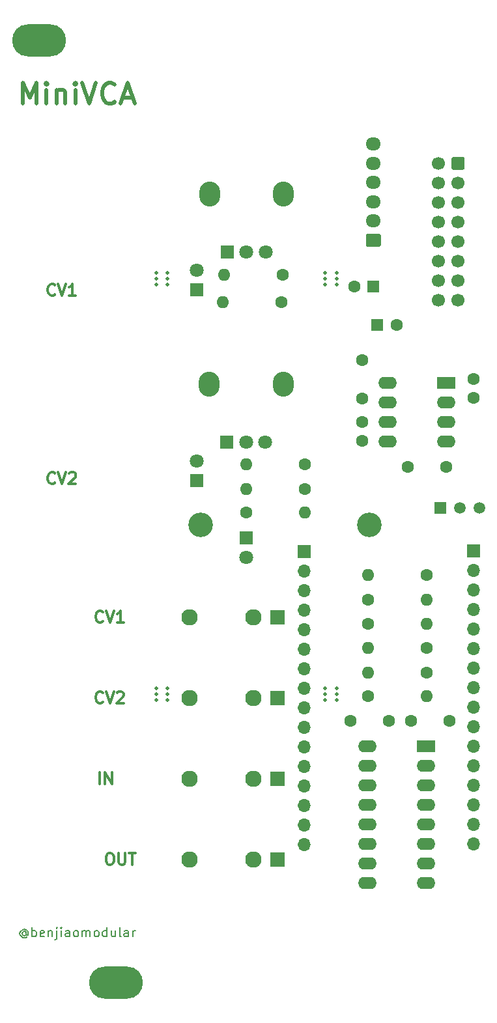
<source format=gbr>
%TF.GenerationSoftware,KiCad,Pcbnew,5.1.9+dfsg1-1~bpo10+1*%
%TF.CreationDate,2021-12-28T01:34:00+08:00*%
%TF.ProjectId,MiniVCA 1.1,4d696e69-5643-4412-9031-2e312e6b6963,rev?*%
%TF.SameCoordinates,Original*%
%TF.FileFunction,Soldermask,Top*%
%TF.FilePolarity,Negative*%
%FSLAX46Y46*%
G04 Gerber Fmt 4.6, Leading zero omitted, Abs format (unit mm)*
G04 Created by KiCad (PCBNEW 5.1.9+dfsg1-1~bpo10+1) date 2021-12-28 01:34:00*
%MOMM*%
%LPD*%
G01*
G04 APERTURE LIST*
%ADD10C,0.300000*%
%ADD11C,0.500000*%
%ADD12C,0.200000*%
%ADD13O,2.400000X1.600000*%
%ADD14R,2.400000X1.600000*%
%ADD15O,7.000000X4.200000*%
%ADD16C,0.500000*%
%ADD17O,1.600000X1.600000*%
%ADD18C,1.600000*%
%ADD19C,3.200000*%
%ADD20R,1.500000X1.500000*%
%ADD21C,1.500000*%
%ADD22R,1.600000X1.600000*%
%ADD23R,1.800000X1.800000*%
%ADD24C,1.800000*%
%ADD25R,1.830000X1.930000*%
%ADD26C,2.130000*%
%ADD27O,1.950000X1.700000*%
%ADD28C,1.700000*%
%ADD29O,2.720000X3.240000*%
%ADD30R,1.700000X1.700000*%
%ADD31O,1.700000X1.700000*%
G04 APERTURE END LIST*
D10*
X57107142Y-100535714D02*
X57035714Y-100607142D01*
X56821428Y-100678571D01*
X56678571Y-100678571D01*
X56464285Y-100607142D01*
X56321428Y-100464285D01*
X56250000Y-100321428D01*
X56178571Y-100035714D01*
X56178571Y-99821428D01*
X56250000Y-99535714D01*
X56321428Y-99392857D01*
X56464285Y-99250000D01*
X56678571Y-99178571D01*
X56821428Y-99178571D01*
X57035714Y-99250000D01*
X57107142Y-99321428D01*
X57535714Y-99178571D02*
X58035714Y-100678571D01*
X58535714Y-99178571D01*
X58964285Y-99321428D02*
X59035714Y-99250000D01*
X59178571Y-99178571D01*
X59535714Y-99178571D01*
X59678571Y-99250000D01*
X59750000Y-99321428D01*
X59821428Y-99464285D01*
X59821428Y-99607142D01*
X59750000Y-99821428D01*
X58892857Y-100678571D01*
X59821428Y-100678571D01*
X57107142Y-76035714D02*
X57035714Y-76107142D01*
X56821428Y-76178571D01*
X56678571Y-76178571D01*
X56464285Y-76107142D01*
X56321428Y-75964285D01*
X56250000Y-75821428D01*
X56178571Y-75535714D01*
X56178571Y-75321428D01*
X56250000Y-75035714D01*
X56321428Y-74892857D01*
X56464285Y-74750000D01*
X56678571Y-74678571D01*
X56821428Y-74678571D01*
X57035714Y-74750000D01*
X57107142Y-74821428D01*
X57535714Y-74678571D02*
X58035714Y-76178571D01*
X58535714Y-74678571D01*
X59821428Y-76178571D02*
X58964285Y-76178571D01*
X59392857Y-76178571D02*
X59392857Y-74678571D01*
X59250000Y-74892857D01*
X59107142Y-75035714D01*
X58964285Y-75107142D01*
X64100000Y-148678571D02*
X64385714Y-148678571D01*
X64528571Y-148750000D01*
X64671428Y-148892857D01*
X64742857Y-149178571D01*
X64742857Y-149678571D01*
X64671428Y-149964285D01*
X64528571Y-150107142D01*
X64385714Y-150178571D01*
X64100000Y-150178571D01*
X63957142Y-150107142D01*
X63814285Y-149964285D01*
X63742857Y-149678571D01*
X63742857Y-149178571D01*
X63814285Y-148892857D01*
X63957142Y-148750000D01*
X64100000Y-148678571D01*
X65385714Y-148678571D02*
X65385714Y-149892857D01*
X65457142Y-150035714D01*
X65528571Y-150107142D01*
X65671428Y-150178571D01*
X65957142Y-150178571D01*
X66100000Y-150107142D01*
X66171428Y-150035714D01*
X66242857Y-149892857D01*
X66242857Y-148678571D01*
X66742857Y-148678571D02*
X67600000Y-148678571D01*
X67171428Y-150178571D02*
X67171428Y-148678571D01*
X62914285Y-139678571D02*
X62914285Y-138178571D01*
X63628571Y-139678571D02*
X63628571Y-138178571D01*
X64485714Y-139678571D01*
X64485714Y-138178571D01*
X63307142Y-129035714D02*
X63235714Y-129107142D01*
X63021428Y-129178571D01*
X62878571Y-129178571D01*
X62664285Y-129107142D01*
X62521428Y-128964285D01*
X62450000Y-128821428D01*
X62378571Y-128535714D01*
X62378571Y-128321428D01*
X62450000Y-128035714D01*
X62521428Y-127892857D01*
X62664285Y-127750000D01*
X62878571Y-127678571D01*
X63021428Y-127678571D01*
X63235714Y-127750000D01*
X63307142Y-127821428D01*
X63735714Y-127678571D02*
X64235714Y-129178571D01*
X64735714Y-127678571D01*
X65164285Y-127821428D02*
X65235714Y-127750000D01*
X65378571Y-127678571D01*
X65735714Y-127678571D01*
X65878571Y-127750000D01*
X65950000Y-127821428D01*
X66021428Y-127964285D01*
X66021428Y-128107142D01*
X65950000Y-128321428D01*
X65092857Y-129178571D01*
X66021428Y-129178571D01*
X63307142Y-118535714D02*
X63235714Y-118607142D01*
X63021428Y-118678571D01*
X62878571Y-118678571D01*
X62664285Y-118607142D01*
X62521428Y-118464285D01*
X62450000Y-118321428D01*
X62378571Y-118035714D01*
X62378571Y-117821428D01*
X62450000Y-117535714D01*
X62521428Y-117392857D01*
X62664285Y-117250000D01*
X62878571Y-117178571D01*
X63021428Y-117178571D01*
X63235714Y-117250000D01*
X63307142Y-117321428D01*
X63735714Y-117178571D02*
X64235714Y-118678571D01*
X64735714Y-117178571D01*
X66021428Y-118678571D02*
X65164285Y-118678571D01*
X65592857Y-118678571D02*
X65592857Y-117178571D01*
X65450000Y-117392857D01*
X65307142Y-117535714D01*
X65164285Y-117607142D01*
D11*
X52928571Y-51221428D02*
X52928571Y-48521428D01*
X53828571Y-50450000D01*
X54728571Y-48521428D01*
X54728571Y-51221428D01*
X56014285Y-51221428D02*
X56014285Y-49421428D01*
X56014285Y-48521428D02*
X55885714Y-48650000D01*
X56014285Y-48778571D01*
X56142857Y-48650000D01*
X56014285Y-48521428D01*
X56014285Y-48778571D01*
X57300000Y-49421428D02*
X57300000Y-51221428D01*
X57300000Y-49678571D02*
X57428571Y-49550000D01*
X57685714Y-49421428D01*
X58071428Y-49421428D01*
X58328571Y-49550000D01*
X58457142Y-49807142D01*
X58457142Y-51221428D01*
X59742857Y-51221428D02*
X59742857Y-49421428D01*
X59742857Y-48521428D02*
X59614285Y-48650000D01*
X59742857Y-48778571D01*
X59871428Y-48650000D01*
X59742857Y-48521428D01*
X59742857Y-48778571D01*
X60642857Y-48521428D02*
X61542857Y-51221428D01*
X62442857Y-48521428D01*
X64885714Y-50964285D02*
X64757142Y-51092857D01*
X64371428Y-51221428D01*
X64114285Y-51221428D01*
X63728571Y-51092857D01*
X63471428Y-50835714D01*
X63342857Y-50578571D01*
X63214285Y-50064285D01*
X63214285Y-49678571D01*
X63342857Y-49164285D01*
X63471428Y-48907142D01*
X63728571Y-48650000D01*
X64114285Y-48521428D01*
X64371428Y-48521428D01*
X64757142Y-48650000D01*
X64885714Y-48778571D01*
X65914285Y-50450000D02*
X67200000Y-50450000D01*
X65657142Y-51221428D02*
X66557142Y-48521428D01*
X67457142Y-51221428D01*
D12*
X53342857Y-158971428D02*
X53285714Y-158914285D01*
X53171428Y-158857142D01*
X53057142Y-158857142D01*
X52942857Y-158914285D01*
X52885714Y-158971428D01*
X52828571Y-159085714D01*
X52828571Y-159200000D01*
X52885714Y-159314285D01*
X52942857Y-159371428D01*
X53057142Y-159428571D01*
X53171428Y-159428571D01*
X53285714Y-159371428D01*
X53342857Y-159314285D01*
X53342857Y-158857142D02*
X53342857Y-159314285D01*
X53400000Y-159371428D01*
X53457142Y-159371428D01*
X53571428Y-159314285D01*
X53628571Y-159200000D01*
X53628571Y-158914285D01*
X53514285Y-158742857D01*
X53342857Y-158628571D01*
X53114285Y-158571428D01*
X52885714Y-158628571D01*
X52714285Y-158742857D01*
X52600000Y-158914285D01*
X52542857Y-159142857D01*
X52600000Y-159371428D01*
X52714285Y-159542857D01*
X52885714Y-159657142D01*
X53114285Y-159714285D01*
X53342857Y-159657142D01*
X53514285Y-159542857D01*
X54142857Y-159542857D02*
X54142857Y-158342857D01*
X54142857Y-158800000D02*
X54257142Y-158742857D01*
X54485714Y-158742857D01*
X54600000Y-158800000D01*
X54657142Y-158857142D01*
X54714285Y-158971428D01*
X54714285Y-159314285D01*
X54657142Y-159428571D01*
X54600000Y-159485714D01*
X54485714Y-159542857D01*
X54257142Y-159542857D01*
X54142857Y-159485714D01*
X55685714Y-159485714D02*
X55571428Y-159542857D01*
X55342857Y-159542857D01*
X55228571Y-159485714D01*
X55171428Y-159371428D01*
X55171428Y-158914285D01*
X55228571Y-158800000D01*
X55342857Y-158742857D01*
X55571428Y-158742857D01*
X55685714Y-158800000D01*
X55742857Y-158914285D01*
X55742857Y-159028571D01*
X55171428Y-159142857D01*
X56257142Y-158742857D02*
X56257142Y-159542857D01*
X56257142Y-158857142D02*
X56314285Y-158800000D01*
X56428571Y-158742857D01*
X56600000Y-158742857D01*
X56714285Y-158800000D01*
X56771428Y-158914285D01*
X56771428Y-159542857D01*
X57342857Y-158742857D02*
X57342857Y-159771428D01*
X57285714Y-159885714D01*
X57171428Y-159942857D01*
X57114285Y-159942857D01*
X57342857Y-158342857D02*
X57285714Y-158400000D01*
X57342857Y-158457142D01*
X57400000Y-158400000D01*
X57342857Y-158342857D01*
X57342857Y-158457142D01*
X57914285Y-159542857D02*
X57914285Y-158742857D01*
X57914285Y-158342857D02*
X57857142Y-158400000D01*
X57914285Y-158457142D01*
X57971428Y-158400000D01*
X57914285Y-158342857D01*
X57914285Y-158457142D01*
X59000000Y-159542857D02*
X59000000Y-158914285D01*
X58942857Y-158800000D01*
X58828571Y-158742857D01*
X58600000Y-158742857D01*
X58485714Y-158800000D01*
X59000000Y-159485714D02*
X58885714Y-159542857D01*
X58600000Y-159542857D01*
X58485714Y-159485714D01*
X58428571Y-159371428D01*
X58428571Y-159257142D01*
X58485714Y-159142857D01*
X58600000Y-159085714D01*
X58885714Y-159085714D01*
X59000000Y-159028571D01*
X59742857Y-159542857D02*
X59628571Y-159485714D01*
X59571428Y-159428571D01*
X59514285Y-159314285D01*
X59514285Y-158971428D01*
X59571428Y-158857142D01*
X59628571Y-158800000D01*
X59742857Y-158742857D01*
X59914285Y-158742857D01*
X60028571Y-158800000D01*
X60085714Y-158857142D01*
X60142857Y-158971428D01*
X60142857Y-159314285D01*
X60085714Y-159428571D01*
X60028571Y-159485714D01*
X59914285Y-159542857D01*
X59742857Y-159542857D01*
X60657142Y-159542857D02*
X60657142Y-158742857D01*
X60657142Y-158857142D02*
X60714285Y-158800000D01*
X60828571Y-158742857D01*
X61000000Y-158742857D01*
X61114285Y-158800000D01*
X61171428Y-158914285D01*
X61171428Y-159542857D01*
X61171428Y-158914285D02*
X61228571Y-158800000D01*
X61342857Y-158742857D01*
X61514285Y-158742857D01*
X61628571Y-158800000D01*
X61685714Y-158914285D01*
X61685714Y-159542857D01*
X62428571Y-159542857D02*
X62314285Y-159485714D01*
X62257142Y-159428571D01*
X62200000Y-159314285D01*
X62200000Y-158971428D01*
X62257142Y-158857142D01*
X62314285Y-158800000D01*
X62428571Y-158742857D01*
X62600000Y-158742857D01*
X62714285Y-158800000D01*
X62771428Y-158857142D01*
X62828571Y-158971428D01*
X62828571Y-159314285D01*
X62771428Y-159428571D01*
X62714285Y-159485714D01*
X62600000Y-159542857D01*
X62428571Y-159542857D01*
X63857142Y-159542857D02*
X63857142Y-158342857D01*
X63857142Y-159485714D02*
X63742857Y-159542857D01*
X63514285Y-159542857D01*
X63400000Y-159485714D01*
X63342857Y-159428571D01*
X63285714Y-159314285D01*
X63285714Y-158971428D01*
X63342857Y-158857142D01*
X63400000Y-158800000D01*
X63514285Y-158742857D01*
X63742857Y-158742857D01*
X63857142Y-158800000D01*
X64942857Y-158742857D02*
X64942857Y-159542857D01*
X64428571Y-158742857D02*
X64428571Y-159371428D01*
X64485714Y-159485714D01*
X64600000Y-159542857D01*
X64771428Y-159542857D01*
X64885714Y-159485714D01*
X64942857Y-159428571D01*
X65685714Y-159542857D02*
X65571428Y-159485714D01*
X65514285Y-159371428D01*
X65514285Y-158342857D01*
X66657142Y-159542857D02*
X66657142Y-158914285D01*
X66600000Y-158800000D01*
X66485714Y-158742857D01*
X66257142Y-158742857D01*
X66142857Y-158800000D01*
X66657142Y-159485714D02*
X66542857Y-159542857D01*
X66257142Y-159542857D01*
X66142857Y-159485714D01*
X66085714Y-159371428D01*
X66085714Y-159257142D01*
X66142857Y-159142857D01*
X66257142Y-159085714D01*
X66542857Y-159085714D01*
X66657142Y-159028571D01*
X67228571Y-159542857D02*
X67228571Y-158742857D01*
X67228571Y-158971428D02*
X67285714Y-158857142D01*
X67342857Y-158800000D01*
X67457142Y-158742857D01*
X67571428Y-158742857D01*
D13*
%TO.C,U1*%
X97680000Y-134800000D03*
X105300000Y-152580000D03*
X97680000Y-137340000D03*
X105300000Y-150040000D03*
X97680000Y-139880000D03*
X105300000Y-147500000D03*
X97680000Y-142420000D03*
X105300000Y-144960000D03*
X97680000Y-144960000D03*
X105300000Y-142420000D03*
X97680000Y-147500000D03*
X105300000Y-139880000D03*
X97680000Y-150040000D03*
X105300000Y-137340000D03*
X97680000Y-152580000D03*
D14*
X105300000Y-134800000D03*
%TD*%
D15*
%TO.C,REF\u002A\u002A*%
X65000000Y-165500000D03*
X55000000Y-43000000D03*
%TD*%
D16*
%TO.C,REF\u002A\u002A*%
X93750000Y-127250000D03*
X93750000Y-128750000D03*
X92250000Y-128750000D03*
X92250000Y-127250000D03*
X93750000Y-128000000D03*
X92250000Y-128000000D03*
%TD*%
%TO.C,REF\u002A\u002A*%
X93750000Y-73250000D03*
X93750000Y-74750000D03*
X92250000Y-74750000D03*
X92250000Y-73250000D03*
X93750000Y-74000000D03*
X92250000Y-74000000D03*
%TD*%
D17*
%TO.C,R10*%
X97780000Y-122000000D03*
D18*
X105400000Y-122000000D03*
%TD*%
D17*
%TO.C,R5*%
X105420000Y-128300000D03*
D18*
X97800000Y-128300000D03*
%TD*%
%TO.C,C6*%
X97000000Y-92600000D03*
X97000000Y-95100000D03*
%TD*%
D14*
%TO.C,U2*%
X108000000Y-87500000D03*
D13*
X100380000Y-95120000D03*
X108000000Y-90040000D03*
X100380000Y-92580000D03*
X108000000Y-92580000D03*
X100380000Y-90040000D03*
X108000000Y-95120000D03*
X100380000Y-87500000D03*
%TD*%
D19*
%TO.C,REF\u002A\u002A*%
X98000000Y-106000000D03*
%TD*%
%TO.C,REF\u002A\u002A*%
X76000000Y-106000000D03*
%TD*%
D16*
%TO.C,REF\u002A\u002A*%
X71750000Y-127250000D03*
X71750000Y-128750000D03*
X70250000Y-128750000D03*
X70250000Y-127250000D03*
X71750000Y-128000000D03*
X70250000Y-128000000D03*
%TD*%
%TO.C,REF\u002A\u002A*%
X71750000Y-73250000D03*
X71750000Y-74750000D03*
X70250000Y-74750000D03*
X70250000Y-73250000D03*
X71750000Y-74000000D03*
X70250000Y-74000000D03*
%TD*%
D20*
%TO.C,Q1*%
X107200000Y-103800000D03*
D21*
X112280000Y-103800000D03*
X109740000Y-103800000D03*
%TD*%
D18*
%TO.C,C1*%
X101500000Y-80000000D03*
D22*
X99000000Y-80000000D03*
%TD*%
%TO.C,C2*%
X98500000Y-75000000D03*
D18*
X96000000Y-75000000D03*
%TD*%
%TO.C,C3*%
X100500000Y-131500000D03*
X95500000Y-131500000D03*
%TD*%
%TO.C,C4*%
X108400000Y-131500000D03*
X103400000Y-131500000D03*
%TD*%
%TO.C,C5*%
X111500000Y-89500000D03*
X111500000Y-87000000D03*
%TD*%
%TO.C,C7*%
X97000000Y-84600000D03*
X97000000Y-89600000D03*
%TD*%
%TO.C,C8*%
X103000000Y-98500000D03*
X108000000Y-98500000D03*
%TD*%
D23*
%TO.C,D1*%
X75500000Y-75450000D03*
D24*
X75500000Y-72910000D03*
%TD*%
%TO.C,D2*%
X75500000Y-97710000D03*
D23*
X75500000Y-100250000D03*
%TD*%
D25*
%TO.C,J1*%
X86000000Y-118000000D03*
D26*
X82900000Y-118000000D03*
X74600000Y-118000000D03*
%TD*%
%TO.C,J2*%
X74600000Y-128500000D03*
X82900000Y-128500000D03*
D25*
X86000000Y-128500000D03*
%TD*%
%TO.C,J3*%
X86000000Y-139000000D03*
D26*
X82900000Y-139000000D03*
X74600000Y-139000000D03*
%TD*%
%TO.C,J4*%
X74600000Y-149500000D03*
X82900000Y-149500000D03*
D25*
X86000000Y-149500000D03*
%TD*%
%TO.C,J5*%
G36*
G01*
X99225000Y-69850000D02*
X97775000Y-69850000D01*
G75*
G02*
X97525000Y-69600000I0J250000D01*
G01*
X97525000Y-68400000D01*
G75*
G02*
X97775000Y-68150000I250000J0D01*
G01*
X99225000Y-68150000D01*
G75*
G02*
X99475000Y-68400000I0J-250000D01*
G01*
X99475000Y-69600000D01*
G75*
G02*
X99225000Y-69850000I-250000J0D01*
G01*
G37*
D27*
X98500000Y-66500000D03*
X98500000Y-64000000D03*
X98500000Y-61500000D03*
X98500000Y-59000000D03*
X98500000Y-56500000D03*
%TD*%
%TO.C,J6*%
G36*
G01*
X110350000Y-58400000D02*
X110350000Y-59600000D01*
G75*
G02*
X110100000Y-59850000I-250000J0D01*
G01*
X108900000Y-59850000D01*
G75*
G02*
X108650000Y-59600000I0J250000D01*
G01*
X108650000Y-58400000D01*
G75*
G02*
X108900000Y-58150000I250000J0D01*
G01*
X110100000Y-58150000D01*
G75*
G02*
X110350000Y-58400000I0J-250000D01*
G01*
G37*
D28*
X109500000Y-61540000D03*
X109500000Y-64080000D03*
X109500000Y-66620000D03*
X109500000Y-69160000D03*
X109500000Y-71700000D03*
X109500000Y-74240000D03*
X109500000Y-76780000D03*
X106960000Y-59000000D03*
X106960000Y-61540000D03*
X106960000Y-64080000D03*
X106960000Y-66620000D03*
X106960000Y-69160000D03*
X106960000Y-71700000D03*
X106960000Y-74240000D03*
X106960000Y-76780000D03*
%TD*%
D18*
%TO.C,R1*%
X86700000Y-73500000D03*
D17*
X79080000Y-73500000D03*
%TD*%
D18*
%TO.C,R2*%
X89600000Y-98100000D03*
D17*
X81980000Y-98100000D03*
%TD*%
D18*
%TO.C,R3*%
X89600000Y-101300000D03*
D17*
X81980000Y-101300000D03*
%TD*%
D18*
%TO.C,R4*%
X86500000Y-77000000D03*
D17*
X78880000Y-77000000D03*
%TD*%
%TO.C,R6*%
X105420000Y-118900000D03*
D18*
X97800000Y-118900000D03*
%TD*%
D17*
%TO.C,R7*%
X97780000Y-125200000D03*
D18*
X105400000Y-125200000D03*
%TD*%
%TO.C,R8*%
X105400000Y-112500000D03*
D17*
X97780000Y-112500000D03*
%TD*%
D18*
%TO.C,R9*%
X97800000Y-115700000D03*
D17*
X105420000Y-115700000D03*
%TD*%
D29*
%TO.C,RV1*%
X77200000Y-63000000D03*
X86800000Y-63000000D03*
D24*
X82000000Y-70500000D03*
X84500000Y-70500000D03*
D23*
X79500000Y-70500000D03*
%TD*%
%TO.C,RV2*%
X79450000Y-95250000D03*
D24*
X84450000Y-95250000D03*
X81950000Y-95250000D03*
D29*
X86750000Y-87750000D03*
X77150000Y-87750000D03*
%TD*%
D23*
%TO.C,D3*%
X82000000Y-107700000D03*
D24*
X82000000Y-110240000D03*
%TD*%
D18*
%TO.C,R11*%
X82000000Y-104400000D03*
D17*
X89620000Y-104400000D03*
%TD*%
D30*
%TO.C,J7*%
X89500000Y-109500000D03*
D31*
X89500000Y-112040000D03*
X89500000Y-114580000D03*
X89500000Y-117120000D03*
X89500000Y-119660000D03*
X89500000Y-122200000D03*
X89500000Y-124740000D03*
X89500000Y-127280000D03*
X89500000Y-129820000D03*
X89500000Y-132360000D03*
X89500000Y-134900000D03*
X89500000Y-137440000D03*
X89500000Y-139980000D03*
X89500000Y-142520000D03*
X89500000Y-145060000D03*
X89500000Y-147600000D03*
%TD*%
D30*
%TO.C,J8*%
X111500000Y-109400000D03*
D31*
X111500000Y-111940000D03*
X111500000Y-114480000D03*
X111500000Y-117020000D03*
X111500000Y-119560000D03*
X111500000Y-122100000D03*
X111500000Y-124640000D03*
X111500000Y-127180000D03*
X111500000Y-129720000D03*
X111500000Y-132260000D03*
X111500000Y-134800000D03*
X111500000Y-137340000D03*
X111500000Y-139880000D03*
X111500000Y-142420000D03*
X111500000Y-144960000D03*
X111500000Y-147500000D03*
%TD*%
M02*

</source>
